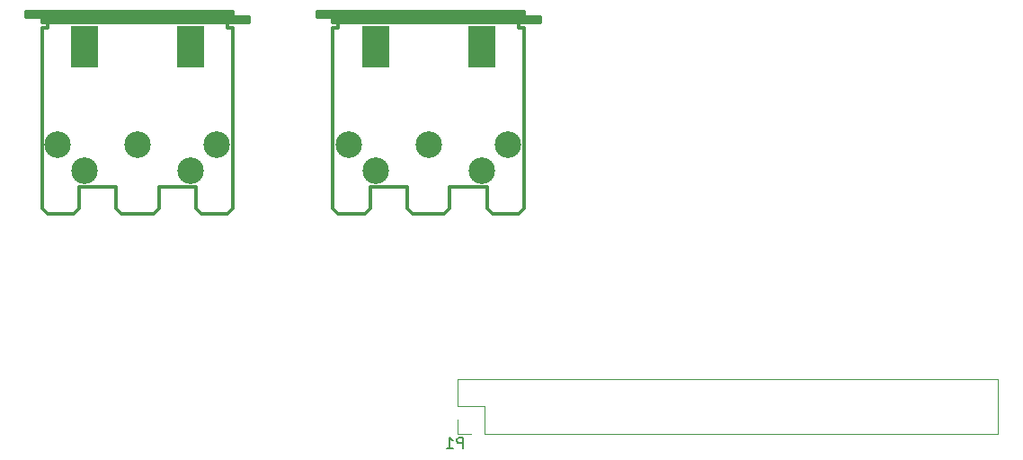
<source format=gbo>
G04 #@! TF.GenerationSoftware,KiCad,Pcbnew,(6.0.5)*
G04 #@! TF.CreationDate,2022-12-29T14:07:14+00:00*
G04 #@! TF.ProjectId,PicoTX816-RPiHat,5069636f-5458-4383-9136-2d5250694861,rev?*
G04 #@! TF.SameCoordinates,Original*
G04 #@! TF.FileFunction,Legend,Bot*
G04 #@! TF.FilePolarity,Positive*
%FSLAX46Y46*%
G04 Gerber Fmt 4.6, Leading zero omitted, Abs format (unit mm)*
G04 Created by KiCad (PCBNEW (6.0.5)) date 2022-12-29 14:07:14*
%MOMM*%
%LPD*%
G01*
G04 APERTURE LIST*
%ADD10C,0.150000*%
%ADD11C,0.120000*%
%ADD12C,0.304800*%
%ADD13R,2.500000X4.000000*%
%ADD14C,2.499360*%
G04 APERTURE END LIST*
D10*
X207596095Y-101430380D02*
X207596095Y-100430380D01*
X207215142Y-100430380D01*
X207119904Y-100478000D01*
X207072285Y-100525619D01*
X207024666Y-100620857D01*
X207024666Y-100763714D01*
X207072285Y-100858952D01*
X207119904Y-100906571D01*
X207215142Y-100954190D01*
X207596095Y-100954190D01*
X206072285Y-101430380D02*
X206643714Y-101430380D01*
X206358000Y-101430380D02*
X206358000Y-100430380D01*
X206453238Y-100573238D01*
X206548476Y-100668476D01*
X206643714Y-100716095D01*
D11*
X257960000Y-94900000D02*
X257960000Y-100100000D01*
X209640000Y-100100000D02*
X257960000Y-100100000D01*
X207040000Y-98770000D02*
X207040000Y-100100000D01*
X207040000Y-94900000D02*
X207040000Y-97500000D01*
X207040000Y-100100000D02*
X208370000Y-100100000D01*
X207040000Y-97500000D02*
X209640000Y-97500000D01*
X209640000Y-97500000D02*
X209640000Y-100100000D01*
X207040000Y-94900000D02*
X257960000Y-94900000D01*
D12*
X193839640Y-60569320D02*
X213339220Y-60569320D01*
X213339220Y-60820780D02*
X213339220Y-60320400D01*
X195841160Y-79319600D02*
X198340520Y-79319600D01*
X213339220Y-61819000D02*
X212838840Y-61819000D01*
X212838840Y-79319600D02*
X210839860Y-79319600D01*
X214840360Y-60820780D02*
X213339220Y-60820780D01*
X210339480Y-79319600D02*
X209839100Y-78819220D01*
X202838860Y-79319600D02*
X205841140Y-79319600D01*
X195340780Y-61069700D02*
X214840360Y-61069700D01*
X209839100Y-78819220D02*
X209839100Y-76820240D01*
X212838840Y-61321160D02*
X212838840Y-61819000D01*
X202341020Y-78819220D02*
X202341020Y-76820240D01*
X198840900Y-76820240D02*
X202341020Y-76820240D01*
X198340520Y-79319600D02*
X198840900Y-78819220D01*
X195340780Y-61819000D02*
X195841160Y-61819000D01*
X195340780Y-61321160D02*
X214840360Y-61321160D01*
X193839640Y-60320400D02*
X193839640Y-60820780D01*
X206338980Y-78819220D02*
X206338980Y-76820240D01*
X195340780Y-60820780D02*
X195340780Y-61321160D01*
X214840360Y-61321160D02*
X214840360Y-60820780D01*
X202838860Y-79319600D02*
X202341020Y-78819220D01*
X213339220Y-60320400D02*
X193839640Y-60320400D01*
X205841140Y-79319600D02*
X206338980Y-78819220D01*
X195841160Y-61819000D02*
X195841160Y-61321160D01*
X213339220Y-78819220D02*
X213339220Y-61819000D01*
X195340780Y-78819220D02*
X195340780Y-61819000D01*
X213339220Y-78819220D02*
X212838840Y-79319600D01*
X193839640Y-60820780D02*
X195340780Y-60820780D01*
X210839860Y-79319600D02*
X210339480Y-79319600D01*
X209839100Y-76820240D02*
X206338980Y-76820240D01*
X195340780Y-78819220D02*
X195841160Y-79319600D01*
X198840900Y-78819220D02*
X198840900Y-76820240D01*
X213339220Y-60820780D02*
X195340780Y-60820780D01*
X185929220Y-78819220D02*
X185929220Y-61819000D01*
X178431140Y-79319600D02*
X178928980Y-78819220D01*
X170930520Y-79319600D02*
X171430900Y-78819220D01*
X185929220Y-60820780D02*
X185929220Y-60320400D01*
X166429640Y-60820780D02*
X167930780Y-60820780D01*
X168431160Y-61819000D02*
X168431160Y-61321160D01*
X182929480Y-79319600D02*
X182429100Y-78819220D01*
X174931020Y-78819220D02*
X174931020Y-76820240D01*
X167930780Y-61069700D02*
X187430360Y-61069700D01*
X187430360Y-60820780D02*
X185929220Y-60820780D01*
X167930780Y-78819220D02*
X168431160Y-79319600D01*
X171430900Y-76820240D02*
X174931020Y-76820240D01*
X185428840Y-79319600D02*
X183429860Y-79319600D01*
X166429640Y-60320400D02*
X166429640Y-60820780D01*
X166429640Y-60569320D02*
X185929220Y-60569320D01*
X167930780Y-60820780D02*
X167930780Y-61321160D01*
X168431160Y-79319600D02*
X170930520Y-79319600D01*
X175428860Y-79319600D02*
X178431140Y-79319600D01*
X178928980Y-78819220D02*
X178928980Y-76820240D01*
X185929220Y-78819220D02*
X185428840Y-79319600D01*
X167930780Y-61819000D02*
X168431160Y-61819000D01*
X167930780Y-61321160D02*
X187430360Y-61321160D01*
X185929220Y-61819000D02*
X185428840Y-61819000D01*
X187430360Y-61321160D02*
X187430360Y-60820780D01*
X167930780Y-78819220D02*
X167930780Y-61819000D01*
X182429100Y-78819220D02*
X182429100Y-76820240D01*
X183429860Y-79319600D02*
X182929480Y-79319600D01*
X182429100Y-76820240D02*
X178928980Y-76820240D01*
X185929220Y-60320400D02*
X166429640Y-60320400D01*
X175428860Y-79319600D02*
X174931020Y-78819220D01*
X171430900Y-78819220D02*
X171430900Y-76820240D01*
X185428840Y-61321160D02*
X185428840Y-61819000D01*
X185929220Y-60820780D02*
X167930780Y-60820780D01*
D13*
X199338740Y-63622300D03*
X209341260Y-63622300D03*
D14*
X211838080Y-72817200D03*
X204340000Y-72819740D03*
X196841920Y-72817200D03*
X209336180Y-75319100D03*
X199343820Y-75319100D03*
D13*
X181931260Y-63622300D03*
X171928740Y-63622300D03*
D14*
X184428080Y-72817200D03*
X176930000Y-72819740D03*
X169431920Y-72817200D03*
X181926180Y-75319100D03*
X171933820Y-75319100D03*
M02*

</source>
